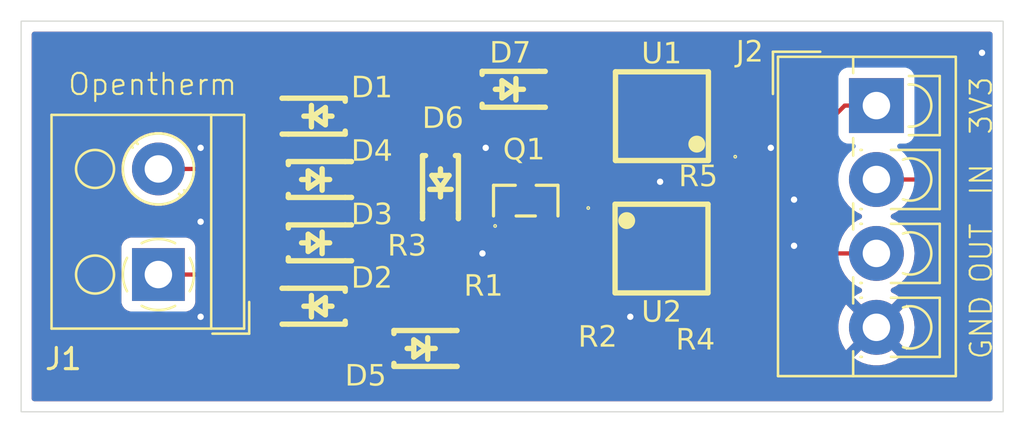
<source format=kicad_pcb>
(kicad_pcb (version 20240108) (generator "pcbnew") (generator_version "8.0")
  (layers (0 "F.Cu" signal) (31 "B.Cu" signal) (34 "B.Paste" user) (35 "F.Paste" user) (36 "B.SilkS" user "B.Silkscreen") (37 "F.SilkS" user "F.Silkscreen") (38 "B.Mask" user) (39 "F.Mask" user) (44 "Edge.Cuts" user))
  (net 0 "")
  (net 1 "GND")
  (net 2 "Net-(D1-K)")
  (net 3 "Net-(D2-K)")
  (net 4 "Net-(D3-K)")
  (net 5 "Net-(D5-K)")
  (net 6 "Net-(D6-K)")
  (net 7 "Net-(D7-K)")
  (net 8 "IN")
  (net 9 "3V3")
  (net 10 "OUT")
  (net 11 "Net-(U2-AN)")
  (net 12 "Net-(U1-AN)")
  (footprint "footprint:SOD-123_L2.7-W1.6-LS3.7-RD-1" (layer "F.Cu") (at 52 48)
    (property "Reference" "D2" (at 2.609073 -1.291752 0) (layer "F.SilkS"))
    (property "Value" "1N4448W" (hide yes))
    (fp_line (start -1.642977 -0.850013) (end -1.643993 -0.848997) (stroke (width 0.254)) (layer "F.SilkS"))
    (fp_line (start -1.637973 0.850013) (end -1.638989 0.848997) (stroke (width 0.254)) (layer "F.SilkS"))
    (fp_line (start -1.346203 -0.850013) (end -1.642977 -0.850013) (stroke (width 0.254)) (layer "F.SilkS"))
    (fp_line (start -1.346203 -0.850013) (end 1.346203 -0.850013) (stroke (width 0.254)) (layer "F.SilkS"))
    (fp_line (start -1.346203 0.850013) (end -1.637973 0.850013) (stroke (width 0.254)) (layer "F.SilkS"))
    (fp_line (start -0.28001 0) (end -0.610008 0) (stroke (width 0.254)) (layer "F.SilkS"))
    (fp_line (start -0.254001 -0.508001) (end -0.254001 0.508001) (stroke (width 0.254)) (layer "F.SilkS"))
    (fp_line (start -0.1778 0) (end 0.406401 -0.406401) (stroke (width 0.254)) (layer "F.SilkS"))
    (fp_line (start 0.406401 -0.406401) (end 0.406401 0.406401) (stroke (width 0.254)) (layer "F.SilkS"))
    (fp_line (start 0.406401 -0.000254) (end 0.720091 -0.000254) (stroke (width 0.254)) (layer "F.SilkS"))
    (fp_line (start 0.406401 0.406401) (end -0.1778 0) (stroke (width 0.254)) (layer "F.SilkS"))
    (fp_line (start 1.346203 -0.850013) (end 1.346203 -0.706147) (stroke (width 0.254)) (layer "F.SilkS"))
    (fp_line (start 1.346203 0.706147) (end 1.346203 0.850013) (stroke (width 0.254)) (layer "F.SilkS"))
    (fp_line (start 1.346203 0.850013) (end -1.346203 0.850013) (stroke (width 0.254)) (layer "F.SilkS"))
    (pad "1" smd rect (at -1.700025 0) (size 1.2 0.950013) (layers "F.Cu" "F.Paste" "F.Mask") (net 3 "Net-(D2-K)"))
    (pad "2" smd rect (at 1.700025 0) (size 1.2 0.950013) (layers "F.Cu" "F.Paste" "F.Mask") (net 1 "GND"))
  )
  (footprint "footprint:0603_1608Metric" (layer "F.Cu") (at 71.628574 49.625019 90)
    (property "Reference" "R4" (at -0.010677 -1.700025 180) (layer "F.SilkS"))
    (property "Value" "0603,330" (hide yes))
    (pad "1" smd roundrect (at -0.825 0 90) (size 0.8 0.95) (layers "F.Cu" "F.Paste" "F.Mask") (net 1 "GND"))
    (pad "2" smd roundrect (at 0.825 0 90) (size 0.8 0.95) (layers "F.Cu" "F.Paste" "F.Mask") (net 10 "OUT"))
  )
  (footprint "footprint:SOT-23-3_L2.9-W1.3-P1.90-LS2.4-BR" (layer "F.Cu") (at 61.895224 43 -90)
    (property "Reference" "Q1" (at -2.368088 -0.912006 180) (layer "F.SilkS") (effects (justify right)))
    (property "Value" "BC858" (hide yes))
    (fp_line (start -0.726213 1.526213) (end -0.726213 0.49459) (stroke (width 0.1524)) (layer "F.SilkS"))
    (fp_line (start 0.726213 1.526213) (end -0.726213 1.526213) (stroke (width 0.1524)) (layer "F.SilkS"))
    (fp_line (start 0.726213 -0.455398) (end 0.726213 0.455398) (stroke (width 0.1524)) (layer "F.SilkS"))
    (fp_line (start -0.726213 -1.526213) (end -0.726213 -0.49459) (stroke (width 0.1524)) (layer "F.SilkS"))
    (fp_line (start 0.726213 -1.526213) (end -0.726213 -1.526213) (stroke (width 0.1524)) (layer "F.SilkS"))
    (fp_circle (center 1.2 1.450013) (end 1.229997 1.450013) (stroke (width 0.059995)) (fill none) (layer "F.SilkS"))
    (pad "1" smd rect (at 1 0.949962 270) (size 1.250013 0.7) (layers "F.Cu" "F.Paste" "F.Mask") (net 6 "Net-(D6-K)"))
    (pad "2" smd rect (at 1 -0.949962 270) (size 1.250013 0.7) (layers "F.Cu" "F.Paste" "F.Mask") (net 5 "Net-(D5-K)"))
    (pad "3" smd rect (at -1 0 270) (size 1.250013 0.7) (layers "F.Cu" "F.Paste" "F.Mask") (net 4 "Net-(D3-K)"))
  )
  (footprint "footprint:0603_1608Metric" (layer "F.Cu") (at 57.020186 46.5)
    (property "Reference" "R3" (at -0.74398 -1.314293 180) (layer "F.SilkS"))
    (property "Value" "0603,330" (hide yes))
    (pad "1" smd roundrect (at -0.825 0) (size 0.8 0.95) (layers "F.Cu" "F.Paste" "F.Mask") (net 4 "Net-(D3-K)"))
    (pad "2" smd roundrect (at 0.825 0) (size 0.8 0.95) (layers "F.Cu" "F.Paste" "F.Mask") (net 6 "Net-(D6-K)"))
  )
  (footprint "footprint:SOD-123_L2.7-W1.6-LS3.7-RD-1" (layer "F.Cu") (at 52 42 180)
    (property "Reference" "D4" (at -2.609073 1.302646 0) (layer "F.SilkS"))
    (property "Value" "1N4448W" (hide yes))
    (fp_line (start 1.346203 0.850013) (end -1.346203 0.850013) (stroke (width 0.254)) (layer "F.SilkS"))
    (fp_line (start 1.346203 0.706147) (end 1.346203 0.850013) (stroke (width 0.254)) (layer "F.SilkS"))
    (fp_line (start 1.346203 -0.850013) (end 1.346203 -0.706147) (stroke (width 0.254)) (layer "F.SilkS"))
    (fp_line (start 0.406401 0.406401) (end -0.1778 0) (stroke (width 0.254)) (layer "F.SilkS"))
    (fp_line (start 0.406401 -0.000254) (end 0.720091 -0.000254) (stroke (width 0.254)) (layer "F.SilkS"))
    (fp_line (start 0.406401 -0.406401) (end 0.406401 0.406401) (stroke (width 0.254)) (layer "F.SilkS"))
    (fp_line (start -0.1778 0) (end 0.406401 -0.406401) (stroke (width 0.254)) (layer "F.SilkS"))
    (fp_line (start -0.254001 -0.508001) (end -0.254001 0.508001) (stroke (width 0.254)) (layer "F.SilkS"))
    (fp_line (start -0.28001 0) (end -0.610008 0) (stroke (width 0.254)) (layer "F.SilkS"))
    (fp_line (start -1.346203 0.850013) (end -1.637973 0.850013) (stroke (width 0.254)) (layer "F.SilkS"))
    (fp_line (start -1.346203 -0.850013) (end 1.346203 -0.850013) (stroke (width 0.254)) (layer "F.SilkS"))
    (fp_line (start -1.346203 -0.850013) (end -1.642977 -0.850013) (stroke (width 0.254)) (layer "F.SilkS"))
    (fp_line (start -1.637973 0.850013) (end -1.638989 0.848997) (stroke (width 0.254)) (layer "F.SilkS"))
    (fp_line (start -1.642977 -0.850013) (end -1.643993 -0.848997) (stroke (width 0.254)) (layer "F.SilkS"))
    (pad "1" smd rect (at -1.700025 0 180) (size 1.2 0.950013) (layers "F.Cu" "F.Paste" "F.Mask") (net 4 "Net-(D3-K)"))
    (pad "2" smd rect (at 1.700025 0 180) (size 1.2 0.950013) (layers "F.Cu" "F.Paste" "F.Mask") (net 2 "Net-(D1-K)"))
  )
  (footprint "footprint:0402_1005Metric" (layer "F.Cu") (at 71.996387 41.646451)
    (property "Reference" "R5" (at -1.935744 0.253424 180) (layer "F.SilkS"))
    (property "Value" "0402,1.5k" (hide yes))
    (pad "1" smd roundrect (at -0.51 0) (size 0.54 0.64) (layers "F.Cu" "F.Paste" "F.Mask") (net 12 "Net-(U1-AN)"))
    (pad "2" smd roundrect (at 0.51 0) (size 0.54 0.64) (layers "F.Cu" "F.Paste" "F.Mask") (net 8 "IN"))
  )
  (footprint "footprint:SOD-123_L2.7-W1.6-LS3.7-RD-1" (layer "F.Cu") (at 57 50 180)
    (property "Reference" "D5" (at 2.6848 -1.340573 360) (layer "F.SilkS"))
    (property "Value" "4V7" (hide yes))
    (fp_line (start 1.346203 0.850013) (end -1.346203 0.850013) (stroke (width 0.254)) (layer "F.SilkS"))
    (fp_line (start 1.346203 0.706147) (end 1.346203 0.850013) (stroke (width 0.254)) (layer "F.SilkS"))
    (fp_line (start 1.346203 -0.850013) (end 1.346203 -0.706147) (stroke (width 0.254)) (layer "F.SilkS"))
    (fp_line (start 0.406401 0.406401) (end -0.1778 0) (stroke (width 0.254)) (layer "F.SilkS"))
    (fp_line (start 0.406401 -0.000254) (end 0.720091 -0.000254) (stroke (width 0.254)) (layer "F.SilkS"))
    (fp_line (start 0.406401 -0.406401) (end 0.406401 0.406401) (stroke (width 0.254)) (layer "F.SilkS"))
    (fp_line (start -0.1778 0) (end 0.406401 -0.406401) (stroke (width 0.254)) (layer "F.SilkS"))
    (fp_line (start -0.254001 -0.508001) (end -0.254001 0.508001) (stroke (width 0.254)) (layer "F.SilkS"))
    (fp_line (start -0.28001 0) (end -0.610008 0) (stroke (width 0.254)) (layer "F.SilkS"))
    (fp_line (start -1.346203 0.850013) (end -1.637973 0.850013) (stroke (width 0.254)) (layer "F.SilkS"))
    (fp_line (start -1.346203 -0.850013) (end 1.346203 -0.850013) (stroke (width 0.254)) (layer "F.SilkS"))
    (fp_line (start -1.346203 -0.850013) (end -1.642977 -0.850013) (stroke (width 0.254)) (layer "F.SilkS"))
    (fp_line (start -1.637973 0.850013) (end -1.638989 0.848997) (stroke (width 0.254)) (layer "F.SilkS"))
    (fp_line (start -1.642977 -0.850013) (end -1.643993 -0.848997) (stroke (width 0.254)) (layer "F.SilkS"))
    (pad "1" smd rect (at -1.700025 0 180) (size 1.2 0.950013) (layers "F.Cu" "F.Paste" "F.Mask") (net 5 "Net-(D5-K)"))
    (pad "2" smd rect (at 1.700025 0 180) (size 1.2 0.950013) (layers "F.Cu" "F.Paste" "F.Mask") (net 1 "GND"))
  )
  (footprint "footprint:OPTO-SMD-4_L4.4-W4.1-P2.54-LS7.0-TL" (layer "F.Cu") (at 68.345186 39 180)
    (property "Reference" "U1" (at 0.016679 2.91813 0) (layer "F.SilkS"))
    (property "Value" "EL357N(C)(TA)-G" (hide yes))
    (fp_line (start 2.200152 2.099822) (end 2.200152 -2.100076) (stroke (width 0.254)) (layer "F.SilkS"))
    (fp_line (start 2.200152 -2.100076) (end -2.199898 -2.100076) (stroke (width 0.254)) (layer "F.SilkS"))
    (fp_line (start -2.199898 2.099822) (end 2.200152 2.099822) (stroke (width 0.254)) (layer "F.SilkS"))
    (fp_line (start -2.199898 -2.100076) (end -2.199898 2.099822) (stroke (width 0.254)) (layer "F.SilkS"))
    (fp_arc (start -1.648463 -1.524003) (mid -1.649595 -1.124007) (end -1.651291 -1.524001) (stroke (width 0.4)) (layer "F.SilkS"))
    (fp_circle (center -3.469901 -1.91999) (end -3.439929 -1.91999) (stroke (width 0.059995)) (fill none) (layer "F.SilkS"))
    (pad "1" smd rect (at -3.299975 -1.270003 180) (size 1.7 0.950013) (layers "F.Cu" "F.Paste" "F.Mask") (net 12 "Net-(U1-AN)"))
    (pad "2" smd rect (at -3.299975 1.270003 180) (size 1.7 0.950013) (layers "F.Cu" "F.Paste" "F.Mask") (net 1 "GND"))
    (pad "3" smd rect (at 3.299975 1.270003 180) (size 1.7 0.950013) (layers "F.Cu" "F.Paste" "F.Mask") (net 7 "Net-(D7-K)"))
    (pad "4" smd rect (at 3.299975 -1.270003 180) (size 1.7 0.950013) (layers "F.Cu" "F.Paste" "F.Mask") (net 6 "Net-(D6-K)"))
  )
  (footprint "footprint:SOD-123_L2.7-W1.6-LS3.7-RD-1" (layer "F.Cu") (at 52 39)
    (property "Reference" "D1" (at 2.609073 -1.308092 0) (layer "F.SilkS"))
    (property "Value" "1N4448W" (hide yes))
    (fp_line (start -1.642977 -0.850013) (end -1.643993 -0.848997) (stroke (width 0.254)) (layer "F.SilkS"))
    (fp_line (start -1.637973 0.850013) (end -1.638989 0.848997) (stroke (width 0.254)) (layer "F.SilkS"))
    (fp_line (start -1.346203 -0.850013) (end -1.642977 -0.850013) (stroke (width 0.254)) (layer "F.SilkS"))
    (fp_line (start -1.346203 -0.850013) (end 1.346203 -0.850013) (stroke (width 0.254)) (layer "F.SilkS"))
    (fp_line (start -1.346203 0.850013) (end -1.637973 0.850013) (stroke (width 0.254)) (layer "F.SilkS"))
    (fp_line (start -0.28001 0) (end -0.610008 0) (stroke (width 0.254)) (layer "F.SilkS"))
    (fp_line (start -0.254001 -0.508001) (end -0.254001 0.508001) (stroke (width 0.254)) (layer "F.SilkS"))
    (fp_line (start -0.1778 0) (end 0.406401 -0.406401) (stroke (width 0.254)) (layer "F.SilkS"))
    (fp_line (start 0.406401 -0.406401) (end 0.406401 0.406401) (stroke (width 0.254)) (layer "F.SilkS"))
    (fp_line (start 0.406401 -0.000254) (end 0.720091 -0.000254) (stroke (width 0.254)) (layer "F.SilkS"))
    (fp_line (start 0.406401 0.406401) (end -0.1778 0) (stroke (width 0.254)) (layer "F.SilkS"))
    (fp_line (start 1.346203 -0.850013) (end 1.346203 -0.706147) (stroke (width 0.254)) (layer "F.SilkS"))
    (fp_line (start 1.346203 0.706147) (end 1.346203 0.850013) (stroke (width 0.254)) (layer "F.SilkS"))
    (fp_line (start 1.346203 0.850013) (end -1.346203 0.850013) (stroke (width 0.254)) (layer "F.SilkS"))
    (pad "1" smd rect (at -1.700025 0) (size 1.2 0.950013) (layers "F.Cu" "F.Paste" "F.Mask") (net 2 "Net-(D1-K)"))
    (pad "2" smd rect (at 1.700025 0) (size 1.2 0.950013) (layers "F.Cu" "F.Paste" "F.Mask") (net 1 "GND"))
  )
  (footprint "footprint:OPTO-SMD-4_L4.4-W4.1-P2.54-LS7.0-TL" (layer "F.Cu") (at 68.325 45.270003)
    (property "Reference" "U2" (at 0.003507 3.047829 0) (layer "F.SilkS"))
    (property "Value" "EL357N(C)(TA)-G" (hide yes))
    (fp_line (start -2.199898 -2.100076) (end -2.199898 2.099822) (stroke (width 0.254)) (layer "F.SilkS"))
    (fp_line (start -2.199898 2.099822) (end 2.200152 2.099822) (stroke (width 0.254)) (layer "F.SilkS"))
    (fp_line (start 2.200152 -2.100076) (end -2.199898 -2.100076) (stroke (width 0.254)) (layer "F.SilkS"))
    (fp_line (start 2.200152 2.099822) (end 2.200152 -2.100076) (stroke (width 0.254)) (layer "F.SilkS"))
    (fp_arc (start -1.648463 -1.524003) (mid -1.649595 -1.124007) (end -1.651291 -1.524001) (stroke (width 0.4)) (layer "F.SilkS"))
    (fp_circle (center -3.469901 -1.91999) (end -3.439929 -1.91999) (stroke (width 0.059995)) (fill none) (layer "F.SilkS"))
    (pad "1" smd rect (at -3.299975 -1.270003) (size 1.7 0.950013) (layers "F.Cu" "F.Paste" "F.Mask") (net 11 "Net-(U2-AN)"))
    (pad "2" smd rect (at -3.299975 1.270003) (size 1.7 0.950013) (layers "F.Cu" "F.Paste" "F.Mask") (net 1 "GND"))
    (pad "3" smd rect (at 3.299975 1.270003) (size 1.7 0.950013) (layers "F.Cu" "F.Paste" "F.Mask") (net 10 "OUT"))
    (pad "4" smd rect (at 3.299975 -1.270003) (size 1.7 0.950013) (layers "F.Cu" "F.Paste" "F.Mask") (net 9 "3V3"))
  )
  (footprint "footprint:SOD-123_L2.7-W1.6-LS3.7-RD-1" (layer "F.Cu") (at 57.857038 42.214259 90)
    (property "Reference" "D6" (at 3.071399 0.114299 180) (layer "F.SilkS"))
    (property "Value" "15V" (hide yes))
    (fp_line (start 1.346203 -0.850013) (end 1.346203 -0.706147) (stroke (width 0.254)) (layer "F.SilkS"))
    (fp_line (start -1.346203 -0.850013) (end 1.346203 -0.850013) (stroke (width 0.254)) (layer "F.SilkS"))
    (fp_line (start -1.346203 -0.850013) (end -1.642977 -0.850013) (stroke (width 0.254)) (layer "F.SilkS"))
    (fp_line (start -1.642977 -0.850013) (end -1.643993 -0.848997) (stroke (width 0.254)) (layer "F.SilkS"))
    (fp_line (start -0.254001 -0.508001) (end -0.254001 0.508001) (stroke (width 0.254)) (layer "F.SilkS"))
    (fp_line (start 0.406401 -0.406401) (end 0.406401 0.406401) (stroke (width 0.254)) (layer "F.SilkS"))
    (fp_line (start 0.406401 -0.000254) (end 0.720091 -0.000254) (stroke (width 0.254)) (layer "F.SilkS"))
    (fp_line (start -0.1778 0) (end 0.406401 -0.406401) (stroke (width 0.254)) (layer "F.SilkS"))
    (fp_line (start -0.28001 0) (end -0.610008 0) (stroke (width 0.254)) (layer "F.SilkS"))
    (fp_line (start 0.406401 0.406401) (end -0.1778 0) (stroke (width 0.254)) (layer "F.SilkS"))
    (fp_line (start 1.346203 0.706147) (end 1.346203 0.850013) (stroke (width 0.254)) (layer "F.SilkS"))
    (fp_line (start 1.346203 0.850013) (end -1.346203 0.850013) (stroke (width 0.254)) (layer "F.SilkS"))
    (fp_line (start -1.346203 0.850013) (end -1.637973 0.850013) (stroke (width 0.254)) (layer "F.SilkS"))
    (fp_line (start -1.637973 0.850013) (end -1.638989 0.848997) (stroke (width 0.254)) (layer "F.SilkS"))
    (pad "1" smd rect (at -1.700025 0 90) (size 1.2 0.950013) (layers "F.Cu" "F.Paste" "F.Mask") (net 6 "Net-(D6-K)"))
    (pad "2" smd rect (at 1.700025 0 90) (size 1.2 0.950013) (layers "F.Cu" "F.Paste" "F.Mask") (net 1 "GND"))
  )
  (footprint "footprint:1206_3216Metric" (layer "F.Cu") (at 62 49.5 180)
    (property "Reference" "R2" (at -3.299884 0.000021 180) (layer "F.SilkS"))
    (property "Value" "1206,100" (hide yes))
    (pad "1" smd roundrect (at -1.4625 0 180) (size 1.125 1.75) (layers "F.Cu" "F.Paste" "F.Mask") (roundrect_rratio 0.222222) (net 11 "Net-(U2-AN)"))
    (pad "2" smd roundrect (at 1.4625 0 180) (size 1.125 1.75) (layers "F.Cu" "F.Paste" "F.Mask") (roundrect_rratio 0.222222) (net 1 "GND"))
  )
  (footprint "footprint:SOD-123_L2.7-W1.6-LS3.7-RD-1" (layer "F.Cu") (at 52 45 180)
    (property "Reference" "D3" (at -2.609073 1.2972 0) (layer "F.SilkS"))
    (property "Value" "1N4448W" (hide yes))
    (fp_line (start 1.346203 0.850013) (end -1.346203 0.850013) (stroke (width 0.254)) (layer "F.SilkS"))
    (fp_line (start 1.346203 0.706147) (end 1.346203 0.850013) (stroke (width 0.254)) (layer "F.SilkS"))
    (fp_line (start 1.346203 -0.850013) (end 1.346203 -0.706147) (stroke (width 0.254)) (layer "F.SilkS"))
    (fp_line (start 0.406401 0.406401) (end -0.1778 0) (stroke (width 0.254)) (layer "F.SilkS"))
    (fp_line (start 0.406401 -0.000254) (end 0.720091 -0.000254) (stroke (width 0.254)) (layer "F.SilkS"))
    (fp_line (start 0.406401 -0.406401) (end 0.406401 0.406401) (stroke (width 0.254)) (layer "F.SilkS"))
    (fp_line (start -0.1778 0) (end 0.406401 -0.406401) (stroke (width 0.254)) (layer "F.SilkS"))
    (fp_line (start -0.254001 -0.508001) (end -0.254001 0.508001) (stroke (width 0.254)) (layer "F.SilkS"))
    (fp_line (start -0.28001 0) (end -0.610008 0) (stroke (width 0.254)) (layer "F.SilkS"))
    (fp_line (start -1.346203 0.850013) (end -1.637973 0.850013) (stroke (width 0.254)) (layer "F.SilkS"))
    (fp_line (start -1.346203 -0.850013) (end 1.346203 -0.850013) (stroke (width 0.254)) (layer "F.SilkS"))
    (fp_line (start -1.346203 -0.850013) (end -1.642977 -0.850013) (stroke (width 0.254)) (layer "F.SilkS"))
    (fp_line (start -1.637973 0.850013) (end -1.638989 0.848997) (stroke (width 0.254)) (layer "F.SilkS"))
    (fp_line (start -1.642977 -0.850013) (end -1.643993 -0.848997) (stroke (width 0.254)) (layer "F.SilkS"))
    (pad "1" smd rect (at -1.700025 0 180) (size 1.2 0.950013) (layers "F.Cu" "F.Paste" "F.Mask") (net 4 "Net-(D3-K)"))
    (pad "2" smd rect (at 1.700025 0 180) (size 1.2 0.950013) (layers "F.Cu" "F.Paste" "F.Mask") (net 3 "Net-(D2-K)"))
  )
  (footprint "footprint:SOD-123_L2.7-W1.6-LS3.7-RD-1" (layer "F.Cu") (at 61.176173 37.728565 180)
    (property "Reference" "D7" (at 0.015669 1.678838 0) (layer "F.SilkS"))
    (property "Value" "4V3" (hide yes))
    (fp_line (start 1.346203 0.850013) (end -1.346203 0.850013) (stroke (width 0.254)) (layer "F.SilkS"))
    (fp_line (start 1.346203 0.706147) (end 1.346203 0.850013) (stroke (width 0.254)) (layer "F.SilkS"))
    (fp_line (start 1.346203 -0.850013) (end 1.346203 -0.706147) (stroke (width 0.254)) (layer "F.SilkS"))
    (fp_line (start 0.406401 0.406401) (end -0.1778 0) (stroke (width 0.254)) (layer "F.SilkS"))
    (fp_line (start 0.406401 -0.000254) (end 0.720091 -0.000254) (stroke (width 0.254)) (layer "F.SilkS"))
    (fp_line (start 0.406401 -0.406401) (end 0.406401 0.406401) (stroke (width 0.254)) (layer "F.SilkS"))
    (fp_line (start -0.1778 0) (end 0.406401 -0.406401) (stroke (width 0.254)) (layer "F.SilkS"))
    (fp_line (start -0.254001 -0.508001) (end -0.254001 0.508001) (stroke (width 0.254)) (layer "F.SilkS"))
    (fp_line (start -0.28001 0) (end -0.610008 0) (stroke (width 0.254)) (layer "F.SilkS"))
    (fp_line (start -1.346203 0.850013) (end -1.637973 0.850013) (stroke (width 0.254)) (layer "F.SilkS"))
    (fp_line (start -1.346203 -0.850013) (end 1.346203 -0.850013) (stroke (width 0.254)) (layer "F.SilkS"))
    (fp_line (start -1.346203 -0.850013) (end -1.642977 -0.850013) (stroke (width 0.254)) (layer "F.SilkS"))
    (fp_line (start -1.637973 0.850013) (end -1.638989 0.848997) (stroke (width 0.254)) (layer "F.SilkS"))
    (fp_line (start -1.642977 -0.850013) (end -1.643993 -0.848997) (stroke (width 0.254)) (layer "F.SilkS"))
    (pad "1" smd rect (at -1.700025 0 180) (size 1.2 0.950013) (layers "F.Cu" "F.Paste" "F.Mask") (net 7 "Net-(D7-K)"))
    (pad "2" smd rect (at 1.700025 0 180) (size 1.2 0.950013) (layers "F.Cu" "F.Paste" "F.Mask") (net 1 "GND"))
  )
  (footprint "TerminalBlock_RND:TerminalBlock_RND_205-00001_1x02_P5.00mm_Horizontal" (layer "F.Cu") (at 44.5 46.5 90)
    (property "Reference" "J1" (at -4 -4.5 180) (layer "F.SilkS"))
    (property "Value" "Boiler" (hide yes))
    (fp_line (start 7.56 -5.06) (end 7.56 4.06) (stroke (width 0.12)) (layer "F.SilkS"))
    (fp_line (start -2.56 -5.06) (end 7.56 -5.06) (stroke (width 0.12)) (layer "F.SilkS"))
    (fp_line (start -2.56 -5.06) (end -2.56 4.06) (stroke (width 0.12)) (layer "F.SilkS"))
    (fp_line (start 6.07 -1.275) (end 6.011 -1.216) (stroke (width 0.12)) (layer "F.SilkS"))
    (fp_line (start 6.275 -1.069) (end 6.181 -0.976) (stroke (width 0.12)) (layer "F.SilkS"))
    (fp_line (start 3.82 0.976) (end 3.726 1.069) (stroke (width 0.12)) (layer "F.SilkS"))
    (fp_line (start 3.99 1.216) (end 3.931 1.274) (stroke (width 0.12)) (layer "F.SilkS"))
    (fp_line (start -2.56 2.5) (end 7.56 2.5) (stroke (width 0.12)) (layer "F.SilkS"))
    (fp_line (start -2.8 2.56) (end -2.8 4.3) (stroke (width 0.12)) (layer "F.SilkS"))
    (fp_line (start -2.56 4.06) (end 7.56 4.06) (stroke (width 0.12)) (layer "F.SilkS"))
    (fp_line (start -2.8 4.3) (end -1.3 4.3) (stroke (width 0.12)) (layer "F.SilkS"))
    (fp_arc (start -0.789089 -1.483953) (mid -0.00005 -1.680708) (end 0.789 -1.484) (stroke (width 0.12)) (layer "F.SilkS"))
    (fp_arc (start 1.483953 -0.789089) (mid 1.680708 -0.00005) (end 1.484 0.789) (stroke (width 0.12)) (layer "F.SilkS"))
    (fp_arc (start -1.483953 0.789089) (mid -1.680708 0.00005) (end -1.484 -0.789) (stroke (width 0.12)) (layer "F.SilkS"))
    (fp_arc (start 0.788712 1.483352) (mid 0.406429 1.630097) (end 0 1.68) (stroke (width 0.12)) (layer "F.SilkS"))
    (fp_arc (start 0.029383 1.68045) (mid -0.392304 1.634281) (end -0.789 1.484) (stroke (width 0.12)) (layer "F.SilkS"))
    (fp_circle (center 5 -3) (end 5.9 -3) (stroke (width 0.12)) (fill none) (layer "F.SilkS"))
    (fp_circle (center 0 -3) (end 0.9 -3) (stroke (width 0.12)) (fill none) (layer "F.SilkS"))
    (fp_circle (center 5 0) (end 6.68 0) (stroke (width 0.12)) (fill none) (layer "F.SilkS"))
    (fp_text user "Opentherm" (at 8.421509 -0.275087 0) (layer "F.SilkS") (effects (font (thickness 0.1)) (justify bottom)))
    (pad "1" thru_hole rect (at 0 0 90) (size 2.5 2.5) (drill 1.3) (layers "*.Cu" "*.Mask") (net 3 "Net-(D2-K)"))
    (pad "2" thru_hole circle (at 5 0 90) (size 2.5 2.5) (drill 1.3) (layers "*.Cu" "*.Mask") (net 2 "Net-(D1-K)"))
  )
  (footprint "footprint:0805_2012Metric" (layer "F.Cu") (at 62.4625 47)
    (property "Reference" "R1" (at -2.569868 0.085645 180) (layer "F.SilkS"))
    (property "Value" "0805,220" (hide yes))
    (pad "1" smd roundrect (at -0.9125 0) (size 1.025 1.4) (layers "F.Cu" "F.Paste" "F.Mask") (roundrect_rratio 0.243902) (net 5 "Net-(D5-K)"))
    (pad "2" smd roundrect (at 0.9125 0) (size 1.025 1.4) (layers "F.Cu" "F.Paste" "F.Mask") (roundrect_rratio 0.243902) (net 11 "Net-(U2-AN)"))
  )
  (footprint "TerminalBlock_4Ucon:TerminalBlock_4Ucon_1x04_P3.50mm_Vertical" (layer "F.Cu") (at 78.5 38.5 -90)
    (property "Reference" "J2" (at -2.5 6 180) (layer "F.SilkS"))
    (property "Value" "Screw_Terminal_01x04" (hide yes))
    (fp_line (start -2.55 4.9) (end -0.55 4.9) (stroke (width 0.12)) (layer "F.SilkS"))
    (fp_line (start -2.31 4.66) (end 12.81 4.66) (stroke (width 0.12)) (layer "F.SilkS"))
    (fp_line (start -2.55 2.66) (end -2.55 4.9) (stroke (width 0.12)) (layer "F.SilkS"))
    (fp_line (start -2.31 1.101) (end -1.54 1.101) (stroke (width 0.12)) (layer "F.SilkS"))
    (fp_line (start 1.54 1.101) (end 2.367 1.101) (stroke (width 0.12)) (layer "F.SilkS"))
    (fp_line (start 4.634 1.101) (end 5.867 1.101) (stroke (width 0.12)) (layer "F.SilkS"))
    (fp_line (start 8.134 1.101) (end 9.367 1.101) (stroke (width 0.12)) (layer "F.SilkS"))
    (fp_line (start 11.634 1.101) (end 12.81 1.101) (stroke (width 0.12)) (layer "F.SilkS"))
    (fp_line (start 2.1 0.75) (end 2.101 0.75) (stroke (width 0.12)) (layer "F.SilkS"))
    (fp_line (start 4.9 0.75) (end 4.9 0.75) (stroke (width 0.12)) (layer "F.SilkS"))
    (fp_line (start 5.6 0.75) (end 5.601 0.75) (stroke (width 0.12)) (layer "F.SilkS"))
    (fp_line (start 8.4 0.75) (end 8.4 0.75) (stroke (width 0.12)) (layer "F.SilkS"))
    (fp_line (start 9.1 0.75) (end 9.101 0.75) (stroke (width 0.12)) (layer "F.SilkS"))
    (fp_line (start 11.9 0.75) (end 11.9 0.75) (stroke (width 0.12)) (layer "F.SilkS"))
    (fp_line (start 2.1 0.689) (end 2.1 0.75) (stroke (width 0.12)) (layer "F.SilkS"))
    (fp_line (start 4.9 0.689) (end 4.9 0.75) (stroke (width 0.12)) (layer "F.SilkS"))
    (fp_line (start 5.6 0.689) (end 5.6 0.75) (stroke (width 0.12)) (layer "F.SilkS"))
    (fp_line (start 8.4 0.689) (end 8.4 0.75) (stroke (width 0.12)) (layer "F.SilkS"))
    (fp_line (start 9.1 0.689) (end 9.1 0.75) (stroke (width 0.12)) (layer "F.SilkS"))
    (fp_line (start 11.9 0.689) (end 11.9 0.75) (stroke (width 0.12)) (layer "F.SilkS"))
    (fp_line (start -1.4 -3) (end -1.4 -1.54) (stroke (width 0.12)) (layer "F.SilkS"))
    (fp_line (start -1.4 -3) (end 1.4 -3) (stroke (width 0.12)) (layer "F.SilkS"))
    (fp_line (start 1.4 -3) (end 1.4 -1.54) (stroke (width 0.12)) (layer "F.SilkS"))
    (fp_line (start 2.1 -3) (end 2.1 -0.689) (stroke (width 0.12)) (layer "F.SilkS"))
    (fp_line (start 2.1 -3) (end 4.9 -3) (stroke (width 0.12)) (layer "F.SilkS"))
    (fp_line (start 4.9 -3) (end 4.9 -0.689) (stroke (width 0.12)) (layer "F.SilkS"))
    (fp_line (start 5.6 -3) (end 5.6 -0.689) (stroke (width 0.12)) (layer "F.SilkS"))
    (fp_line (start 5.6 -3) (end 8.4 -3) (stroke (width 0.12)) (layer "F.SilkS"))
    (fp_line (start 8.4 -3) (end 8.4 -0.689) (stroke (width 0.12)) (layer "F.SilkS"))
    (fp_line (start 9.1 -3) (end 9.1 -0.689) (stroke (width 0.12)) (layer "F.SilkS"))
    (fp_line (start 9.1 -3) (end 11.9 -3) (stroke (width 0.12)) (layer "F.SilkS"))
    (fp_line (start 11.9 -3) (end 11.9 -0.689) (stroke (width 0.12)) (layer "F.SilkS"))
    (fp_line (start -2.31 -3.76) (end -2.31 4.66) (stroke (width 0.12)) (layer "F.SilkS"))
    (fp_line (start -2.31 -3.76) (end 12.81 -3.76) (stroke (width 0.12)) (layer "F.SilkS"))
    (fp_line (start 12.81 -3.76) (end 12.81 4.66) (stroke (width 0.12)) (layer "F.SilkS"))
    (fp_arc (start 2.560085 -1.257767) (mid 3.499876 -2.600282) (end 4.44 -1.258) (stroke (width 0.12)) (layer "F.SilkS"))
    (fp_arc (start 6.060085 -1.257767) (mid 6.999876 -2.600282) (end 7.94 -1.258) (stroke (width 0.12)) (layer "F.SilkS"))
    (fp_arc (start 9.560085 -1.257767) (mid 10.499876 -2.600282) (end 11.44 -1.258) (stroke (width 0.12)) (layer "F.SilkS"))
    (fp_arc (start -0.99789 -1.529434) (mid -0.000785 -2.600382) (end 0.998 -1.531) (stroke (width 0.12)) (layer "F.SilkS"))
    (fp_text user "GND" (at 10.5 -5.545 90) (layer "F.SilkS") (effects (font (thickness 0.1)) (justify bottom)))
    (fp_text user "IN" (at 3.5 -5.545 90) (layer "F.SilkS") (effects (font (thickness 0.1)) (justify bottom)))
    (fp_text user "OUT" (at 7 -5.545 90) (layer "F.SilkS") (effects (font (thickness 0.1)) (justify bottom)))
    (fp_text user "3V3" (at 0 -5.545 90) (layer "F.SilkS") (effects (font (thickness 0.1)) (justify bottom)))
    (pad "1" thru_hole rect (at 0 0 270) (size 2.6 2.6) (drill 1.3) (layers "*.Cu" "*.Mask") (net 9 "3V3"))
    (pad "2" thru_hole circle (at 3.5 0 270) (size 2.6 2.6) (drill 1.3) (layers "*.Cu" "*.Mask") (net 8 "IN"))
    (pad "3" thru_hole circle (at 7 0 270) (size 2.6 2.6) (drill 1.3) (layers "*.Cu" "*.Mask") (net 10 "OUT"))
    (pad "4" thru_hole circle (at 10.5 0 270) (size 2.6 2.6) (drill 1.3) (layers "*.Cu" "*.Mask") (net 1 "GND"))
  )
  (gr_rect (start 38 34.5) (end 84.5 53) (stroke (width 0.05)) (fill none) (layer "Edge.Cuts"))
  (via (at 59.845186 45.5) (size 0.6) (drill 0.3) (layers "F.Cu" "B.Cu") (net 1))
  (via (at 74.600012 45.139379) (size 0.6) (drill 0.3) (layers "F.Cu" "B.Cu") (net 1))
  (via (at 46.5 48.5) (size 0.6) (drill 0.3) (layers "F.Cu" "B.Cu") (net 1))
  (via (at 46.5 40.5) (size 0.6) (drill 0.3) (layers "F.Cu" "B.Cu") (net 1))
  (via (at 73.5 40.5) (size 0.6) (drill 0.3) (layers "F.Cu" "B.Cu") (net 1))
  (via (at 46.5 44) (size 0.6) (drill 0.3) (layers "F.Cu" "B.Cu") (net 1))
  (via (at 60 40.5) (size 0.6) (drill 0.3) (layers "F.Cu" "B.Cu") (net 1))
  (via (at 83.5 36) (size 0.6) (drill 0.3) (layers "F.Cu" "B.Cu") (net 1))
  (via (at 66.845186 48.5) (size 0.6) (drill 0.3) (layers "F.Cu" "B.Cu") (net 1))
  (via (at 74.600012 42.953621) (size 0.6) (drill 0.3) (layers "F.Cu" "B.Cu") (net 1))
  (via (at 68.257026 42.107175) (size 0.6) (drill 0.3) (layers "F.Cu" "B.Cu") (net 1))
  (segment (start 47.5 41.5) (end 48 42) (width 0.2) (layer "F.Cu") (net 2))
  (segment (start 48 42) (end 50.299975 42) (width 0.2) (layer "F.Cu") (net 2))
  (segment (start 50.299975 42) (end 50.299975 39) (width 0.2) (layer "F.Cu") (net 2))
  (segment (start 44.5 41.5) (end 47.5 41.5) (width 0.2) (layer "F.Cu") (net 2))
  (segment (start 50.299975 45) (end 50.299975 48) (width 0.2) (layer "F.Cu") (net 3))
  (segment (start 47.5 46.5) (end 49 45) (width 0.2) (layer "F.Cu") (net 3))
  (segment (start 49 45) (end 50.299975 45) (width 0.2) (layer "F.Cu") (net 3))
  (segment (start 44.5 46.5) (end 47.5 46.5) (width 0.2) (layer "F.Cu") (net 3))
  (segment (start 55.390372 43) (end 53.700025 43) (width 0.2) (layer "F.Cu") (net 4))
  (segment (start 53.700025 42) (end 53.700025 43) (width 0.2) (layer "F.Cu") (net 4))
  (segment (start 57.9 42.1) (end 56.195186 43.804814) (width 0.2) (layer "F.Cu") (net 4))
  (segment (start 61.795224 42.1) (end 57.9 42.1) (width 0.2) (layer "F.Cu") (net 4))
  (segment (start 56.195186 43.804814) (end 55.390372 43) (width 0.2) (layer "F.Cu") (net 4))
  (segment (start 56.195186 45) (end 56.195186 46.5) (width 0.2) (layer "F.Cu") (net 4))
  (segment (start 53.700025 43) (end 53.700025 45) (width 0.2) (layer "F.Cu") (net 4))
  (segment (start 56.195186 43.804814) (end 56.195186 45) (width 0.2) (layer "F.Cu") (net 4))
  (segment (start 61.895224 42) (end 61.795224 42.1) (width 0.2) (layer "F.Cu") (net 4))
  (segment (start 60 47) (end 58.700025 48.299975) (width 0.2) (layer "F.Cu") (net 5))
  (segment (start 62.845186 44) (end 62.845186 44.154814) (width 0.2) (layer "F.Cu") (net 5))
  (segment (start 58.700025 48.299975) (end 58.700025 50) (width 0.2) (layer "F.Cu") (net 5))
  (segment (start 61.55 45.45) (end 61.55 47) (width 0.2) (layer "F.Cu") (net 5))
  (segment (start 61.55 47) (end 60 47) (width 0.2) (layer "F.Cu") (net 5))
  (segment (start 62.845186 44.154814) (end 61.55 45.45) (width 0.2) (layer "F.Cu") (net 5))
  (segment (start 65.045211 41.954789) (end 63.925006 43.074994) (width 0.2) (layer "F.Cu") (net 6))
  (segment (start 60.945262 44) (end 57.942754 44) (width 0.2) (layer "F.Cu") (net 6))
  (segment (start 57.857038 46.488148) (end 57.845186 46.5) (width 0.2) (layer "F.Cu") (net 6))
  (segment (start 65.045211 40.270003) (end 65.045211 41.954789) (width 0.2) (layer "F.Cu") (net 6))
  (segment (start 61.870268 43.074994) (end 60.945262 44) (width 0.2) (layer "F.Cu") (net 6))
  (segment (start 57.857038 43.914284) (end 57.857038 46.488148) (width 0.2) (layer "F.Cu") (net 6))
  (segment (start 63.925006 43.074994) (end 61.870268 43.074994) (width 0.2) (layer "F.Cu") (net 6))
  (segment (start 62.87763 37.729997) (end 62.876198 37.728565) (width 0.2) (layer "F.Cu") (net 7))
  (segment (start 65.045211 37.729997) (end 62.87763 37.729997) (width 0.2) (layer "F.Cu") (net 7))
  (segment (start 80.5 42) (end 81 41.5) (width 0.2) (layer "F.Cu") (net 8))
  (segment (start 75.5 38) (end 75.5 40.5) (width 0.2) (layer "F.Cu") (net 8))
  (segment (start 78.5 42) (end 80.5 42) (width 0.2) (layer "F.Cu") (net 8))
  (segment (start 81 37.5) (end 80 36.5) (width 0.2) (layer "F.Cu") (net 8))
  (segment (start 81 41.5) (end 81 37.5) (width 0.2) (layer "F.Cu") (net 8))
  (segment (start 80 36.5) (end 77 36.5) (width 0.2) (layer "F.Cu") (net 8))
  (segment (start 75.5 40.5) (end 74.353549 41.646451) (width 0.2) (layer "F.Cu") (net 8))
  (segment (start 77 36.5) (end 75.5 38) (width 0.2) (layer "F.Cu") (net 8))
  (segment (start 74.353549 41.646451) (end 72.506387 41.646451) (width 0.2) (layer "F.Cu") (net 8))
  (segment (start 78.5 38.5) (end 77 38.5) (width 0.2) (layer "F.Cu") (net 9))
  (segment (start 76.5 42.5) (end 75 44) (width 0.2) (layer "F.Cu") (net 9))
  (segment (start 77 38.5) (end 76.5 39) (width 0.2) (layer "F.Cu") (net 9))
  (segment (start 75 44) (end 71.624975 44) (width 0.2) (layer "F.Cu") (net 9))
  (segment (start 76.5 39) (end 76.5 42.5) (width 0.2) (layer "F.Cu") (net 9))
  (segment (start 78.5 45.5) (end 76 45.5) (width 0.2) (layer "F.Cu") (net 10))
  (segment (start 76 45.5) (end 74.959994 46.540006) (width 0.2) (layer "F.Cu") (net 10))
  (segment (start 74.959994 46.540006) (end 71.624975 46.540006) (width 0.2) (layer "F.Cu") (net 10))
  (segment (start 71.624975 48.79642) (end 71.628574 48.800019) (width 0.2) (layer "F.Cu") (net 10))
  (segment (start 71.624975 46.540006) (end 71.624975 48.79642) (width 0.2) (layer "F.Cu") (net 10))
  (segment (start 63.375 46.125) (end 64 45.5) (width 0.2) (layer "F.Cu") (net 11))
  (segment (start 64.5 45.5) (end 65.025025 44.974975) (width 0.2) (layer "F.Cu") (net 11))
  (segment (start 63.375 47) (end 63.375 46.125) (width 0.2) (layer "F.Cu") (net 11))
  (segment (start 64 45.5) (end 64.5 45.5) (width 0.2) (layer "F.Cu") (net 11))
  (segment (start 63.4625 49.5) (end 63.4625 47.0875) (width 0.2) (layer "F.Cu") (net 11))
  (segment (start 65.025025 44.974975) (end 65.025025 44) (width 0.2) (layer "F.Cu") (net 11))
  (segment (start 71.486387 40.428777) (end 71.645161 40.270003) (width 0.2) (layer "F.Cu") (net 12))
  (segment (start 71.486387 41.646451) (end 71.486387 40.428777) (width 0.2) (layer "F.Cu") (net 12))
  (zone (net 1) (net_name "GND") (layer "F.Cu") (priority 1) (connect_pads (clearance 0.5)) (min_thickness 0.25) (fill yes (thermal_gap 0.5) (thermal_bridge_width 0.5))
    (polygon (pts (xy 37 33.5) (xy 85.5 33.5) (xy 85.5 54) (xy 37 54)))
  )
  (zone (net 1) (net_name "GND") (layer "B.Cu") (connect_pads (clearance 0.5)) (min_thickness 0.25) (fill yes (thermal_gap 0.5) (thermal_bridge_width 0.5))
    (polygon (pts (xy 37.5 34) (xy 85 34) (xy 85 53.5) (xy 37.5 53.5)))
  )
)
</source>
